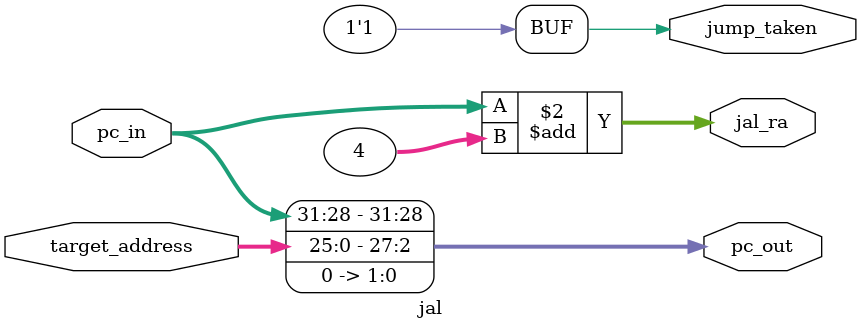
<source format=v>
`timescale 1ns / 1ps

module jal(
    input [25:0] target_address,
    input [31:0] pc_in,
    output reg [31:0] pc_out,
    output reg jump_taken,
    output reg [31:0] jal_ra
);

    always @(*) begin
        pc_out = {pc_in[31:28], target_address, 2'b00}; // set jump target address
        jump_taken = 1'b1; // set jump taken signal
    end

    assign jal_ra = pc_in + 4;
    
endmodule

</source>
